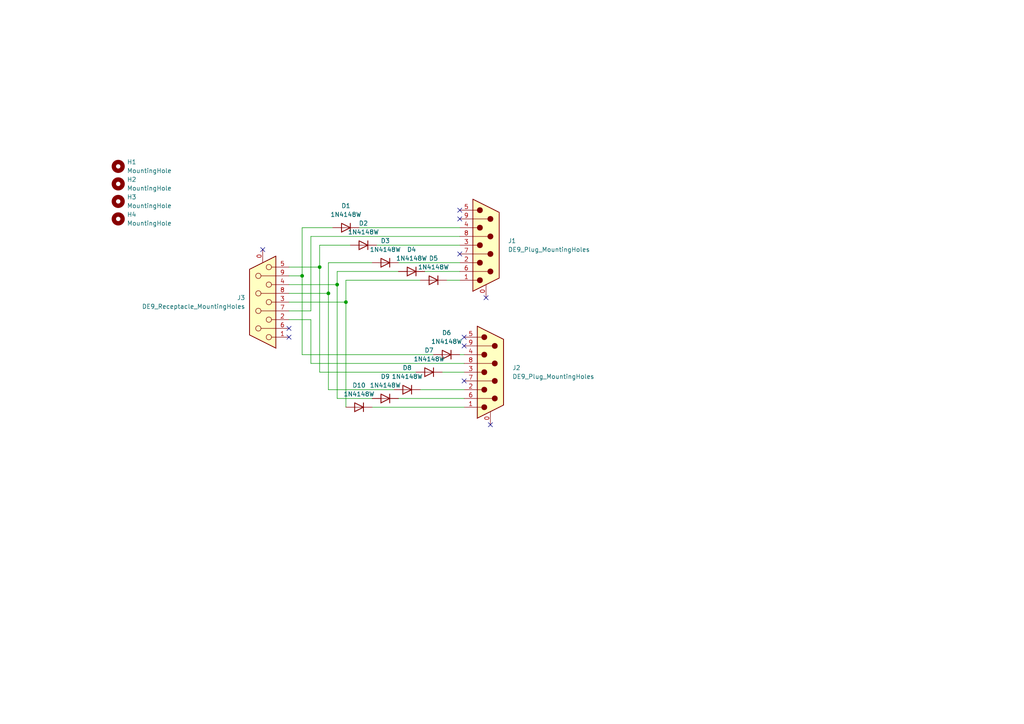
<source format=kicad_sch>
(kicad_sch (version 20231120) (generator "eeschema") (generator_version "8.0")
  (paper "A4")
  (lib_symbols
    (symbol "Connector:DE9_Plug_MountingHoles" (pin_names (offset 1.016) hide)
      (property "Reference" "J" (at 0 16.51 0))
      (property "Value" "DE9_Plug_MountingHoles" (at 0 14.605 0))
      (symbol "DE9_Plug_MountingHoles_0_1"
        (circle (center -1.778 -10.16) (radius 0.762) (fill (type outline)))
        (circle (center -1.778 -5.08) (radius 0.762) (fill (type outline)))
        (circle (center -1.778 0) (radius 0.762) (fill (type outline)))
        (circle (center -1.778 5.08) (radius 0.762) (fill (type outline)))
        (circle (center -1.778 10.16) (radius 0.762) (fill (type outline)))
        (polyline (pts (xy -3.81 -10.16) (xy -2.54 -10.16)))
        (polyline (pts (xy -3.81 -7.62) (xy 0.508 -7.62)))
        (polyline (pts (xy -3.81 -5.08) (xy -2.54 -5.08)))
        (polyline (pts (xy -3.81 -2.54) (xy 0.508 -2.54)))
        (polyline (pts (xy -3.81 0) (xy -2.54 0)))
        (polyline (pts (xy -3.81 2.54) (xy 0.508 2.54)))
        (polyline (pts (xy -3.81 5.08) (xy -2.54 5.08)))
        (polyline (pts (xy -3.81 7.62) (xy 0.508 7.62)))
        (polyline (pts (xy -3.81 10.16) (xy -2.54 10.16)))
        (polyline (pts (xy -3.81 -13.335) (xy -3.81 13.335) (xy 3.81 9.525) (xy 3.81 -9.525) (xy -3.81 -13.335)) (stroke (width 0.254)) (fill (type background)))
        (circle (center 1.27 -7.62) (radius 0.762) (fill (type outline)))
        (circle (center 1.27 -2.54) (radius 0.762) (fill (type outline)))
        (circle (center 1.27 2.54) (radius 0.762) (fill (type outline)))
        (circle (center 1.27 7.62) (radius 0.762) (fill (type outline)))
      )
      (symbol "DE9_Plug_MountingHoles_1_1"
        (pin passive line (at 0 -15.24 90) (length 3.81) (name "PAD") (number "0"))
        (pin passive line (at -7.62 -10.16 0) (length 3.81) (name "1") (number "1"))
        (pin passive line (at -7.62 -5.08 0) (length 3.81) (name "2") (number "2"))
        (pin passive line (at -7.62 0 0) (length 3.81) (name "3") (number "3"))
        (pin passive line (at -7.62 5.08 0) (length 3.81) (name "4") (number "4"))
        (pin passive line (at -7.62 10.16 0) (length 3.81) (name "5") (number "5"))
        (pin passive line (at -7.62 -7.62 0) (length 3.81) (name "6") (number "6"))
        (pin passive line (at -7.62 -2.54 0) (length 3.81) (name "7") (number "7"))
        (pin passive line (at -7.62 2.54 0) (length 3.81) (name "8") (number "8"))
        (pin passive line (at -7.62 7.62 0) (length 3.81) (name "9") (number "9"))
      )
    )
    (symbol "Connector:DE9_Receptacle_MountingHoles" (pin_names (offset 1.016) hide)
      (property "Reference" "J" (at 0 16.51 0))
      (property "Value" "DE9_Receptacle_MountingHoles" (at 0 14.605 0))
      (symbol "DE9_Receptacle_MountingHoles_0_1"
        (circle (center -1.778 -10.16) (radius 0.762))
        (circle (center -1.778 -5.08) (radius 0.762))
        (circle (center -1.778 0) (radius 0.762))
        (circle (center -1.778 5.08) (radius 0.762))
        (circle (center -1.778 10.16) (radius 0.762))
        (polyline (pts (xy -3.81 -10.16) (xy -2.54 -10.16)))
        (polyline (pts (xy -3.81 -7.62) (xy 0.508 -7.62)))
        (polyline (pts (xy -3.81 -5.08) (xy -2.54 -5.08)))
        (polyline (pts (xy -3.81 -2.54) (xy 0.508 -2.54)))
        (polyline (pts (xy -3.81 0) (xy -2.54 0)))
        (polyline (pts (xy -3.81 2.54) (xy 0.508 2.54)))
        (polyline (pts (xy -3.81 5.08) (xy -2.54 5.08)))
        (polyline (pts (xy -3.81 7.62) (xy 0.508 7.62)))
        (polyline (pts (xy -3.81 10.16) (xy -2.54 10.16)))
        (polyline (pts (xy -3.81 13.335) (xy -3.81 -13.335) (xy 3.81 -9.525) (xy 3.81 9.525) (xy -3.81 13.335)) (stroke (width 0.254)) (fill (type background)))
        (circle (center 1.27 -7.62) (radius 0.762))
        (circle (center 1.27 -2.54) (radius 0.762))
        (circle (center 1.27 2.54) (radius 0.762))
        (circle (center 1.27 7.62) (radius 0.762))
      )
      (symbol "DE9_Receptacle_MountingHoles_1_1"
        (pin passive line (at 0 -15.24 90) (length 3.81) (name "PAD") (number "0"))
        (pin passive line (at -7.62 10.16 0) (length 3.81) (name "1") (number "1"))
        (pin passive line (at -7.62 5.08 0) (length 3.81) (name "2") (number "2"))
        (pin passive line (at -7.62 0 0) (length 3.81) (name "3") (number "3"))
        (pin passive line (at -7.62 -5.08 0) (length 3.81) (name "4") (number "4"))
        (pin passive line (at -7.62 -10.16 0) (length 3.81) (name "5") (number "5"))
        (pin passive line (at -7.62 7.62 0) (length 3.81) (name "6") (number "6"))
        (pin passive line (at -7.62 2.54 0) (length 3.81) (name "7") (number "7"))
        (pin passive line (at -7.62 -2.54 0) (length 3.81) (name "8") (number "8"))
        (pin passive line (at -7.62 -7.62 0) (length 3.81) (name "9") (number "9"))
      )
    )
    (symbol "Diode:1N4148W" (pin_numbers hide) (pin_names hide)
      (property "Reference" "D" (at 0 2.54 0))
      (property "Value" "1N4148W" (at 0 -2.54 0))
      (symbol "1N4148W_0_1"
        (polyline (pts (xy -1.27 1.27) (xy -1.27 -1.27)) (stroke (width 0.254)))
        (polyline (pts (xy 1.27 0) (xy -1.27 0)))
        (polyline (pts (xy 1.27 1.27) (xy 1.27 -1.27) (xy -1.27 0) (xy 1.27 1.27)) (stroke (width 0.254)))
      )
      (symbol "1N4148W_1_1"
        (pin passive line (at -3.81 0 0) (length 2.54) (name "K") (number "1"))
        (pin passive line (at 3.81 0 180) (length 2.54) (name "A") (number "2"))
      )
    )
    (symbol "Mechanical:MountingHole" (pin_names (offset 1.016)) (exclude_from_sim yes) (in_bom no)
      (property "Reference" "H" (at 0 5.08 0))
      (property "Value" "MountingHole" (at 0 3.175 0))
      (symbol "MountingHole_0_1"
        (circle (center 0 0) (radius 1.27) (stroke (width 1.27)))
      )
    )
  )
  (junction (at 87.63 80.01))
  (junction (at 100.33 87.63))
  (junction (at 92.71 77.47))
  (junction (at 97.79 82.55))
  (junction (at 95.25 85.09))
  (no_connect (at 134.62 97.79))
  (no_connect (at 83.82 97.79))
  (no_connect (at 83.82 95.25))
  (no_connect (at 76.2 72.39))
  (no_connect (at 133.35 63.5))
  (no_connect (at 133.35 60.96))
  (no_connect (at 134.62 100.33))
  (no_connect (at 140.97 86.36))
  (no_connect (at 133.35 73.66))
  (no_connect (at 134.62 110.49))
  (no_connect (at 142.24 123.19))
  (wire (pts (xy 95.25 85.09) (xy 95.25 113.03)))
  (wire (pts (xy 97.79 82.55) (xy 97.79 115.57)))
  (wire (pts (xy 92.71 77.47) (xy 92.71 107.95)))
  (wire (pts (xy 107.95 118.11) (xy 134.62 118.11)))
  (wire (pts (xy 83.82 77.47) (xy 92.71 77.47)))
  (wire (pts (xy 107.95 76.2) (xy 95.25 76.2)))
  (wire (pts (xy 96.52 66.04) (xy 87.63 66.04)))
  (wire (pts (xy 90.17 68.58) (xy 90.17 90.17)))
  (wire (pts (xy 90.17 92.71) (xy 90.17 105.41)))
  (wire (pts (xy 115.57 115.57) (xy 134.62 115.57)))
  (wire (pts (xy 97.79 78.74) (xy 97.79 82.55)))
  (wire (pts (xy 95.25 113.03) (xy 114.3 113.03)))
  (wire (pts (xy 133.35 71.12) (xy 109.22 71.12)))
  (wire (pts (xy 92.71 71.12) (xy 92.71 77.47)))
  (wire (pts (xy 133.35 102.87) (xy 134.62 102.87)))
  (wire (pts (xy 133.35 81.28) (xy 129.54 81.28)))
  (wire (pts (xy 87.63 66.04) (xy 87.63 80.01)))
  (wire (pts (xy 101.6 71.12) (xy 92.71 71.12)))
  (wire (pts (xy 133.35 78.74) (xy 123.19 78.74)))
  (wire (pts (xy 83.82 87.63) (xy 100.33 87.63)))
  (wire (pts (xy 83.82 85.09) (xy 95.25 85.09)))
  (wire (pts (xy 83.82 80.01) (xy 87.63 80.01)))
  (wire (pts (xy 121.92 81.28) (xy 100.33 81.28)))
  (wire (pts (xy 100.33 87.63) (xy 100.33 118.11)))
  (wire (pts (xy 87.63 102.87) (xy 125.73 102.87)))
  (wire (pts (xy 90.17 90.17) (xy 83.82 90.17)))
  (wire (pts (xy 87.63 80.01) (xy 87.63 102.87)))
  (wire (pts (xy 128.27 107.95) (xy 134.62 107.95)))
  (wire (pts (xy 121.92 113.03) (xy 134.62 113.03)))
  (wire (pts (xy 115.57 78.74) (xy 97.79 78.74)))
  (wire (pts (xy 90.17 68.58) (xy 133.35 68.58)))
  (wire (pts (xy 97.79 115.57) (xy 107.95 115.57)))
  (wire (pts (xy 133.35 76.2) (xy 115.57 76.2)))
  (wire (pts (xy 133.35 66.04) (xy 104.14 66.04)))
  (wire (pts (xy 90.17 105.41) (xy 134.62 105.41)))
  (wire (pts (xy 100.33 81.28) (xy 100.33 87.63)))
  (wire (pts (xy 95.25 76.2) (xy 95.25 85.09)))
  (wire (pts (xy 92.71 107.95) (xy 120.65 107.95)))
  (wire (pts (xy 83.82 92.71) (xy 90.17 92.71)))
  (wire (pts (xy 83.82 82.55) (xy 97.79 82.55)))
  (symbol (lib_id "Mechanical:MountingHole") (at 34.29 48.26 0) (unit 1) (exclude_from_sim yes) (in_bom no)
    (property "Reference" "H1" (at 36.83 46.9899 0) (effects (justify left)))
    (property "Value" "MountingHole" (at 36.83 49.5299 0) (effects (justify left)))
    (property "Footprint" "MountingHole:MountingHole_2.5mm" (effects (hide yes)))
    (property "Description" "Mounting Hole without connection" (effects (hide yes)))
  )
  (symbol (lib_id "Connector:DE9_Receptacle_MountingHoles") (at 76.2 87.63 180) (unit 1)
    (property "Reference" "J3" (at 71.12 86.3599 0) (effects (justify left)))
    (property "Value" "DE9_Receptacle_MountingHoles" (at 71.12 88.8999 0) (effects (justify left)))
    (property "Footprint" "Connector_Dsub:DSUB-9_Female_Horizontal_P2.77x2.84mm_EdgePinOffset7.70mm_Housed_MountingHolesOffset9.12mm" (effects (hide yes)))
    (property "Description" "9-pin female receptacle socket D-SUB connector, Mounting Hole" (effects (hide yes)))
  )
  (symbol (lib_id "Diode:1N4148W") (at 111.76 76.2 180) (unit 1)
    (property "Reference" "D3" (at 111.76 69.85 0))
    (property "Value" "1N4148W" (at 111.76 72.39 0))
    (property "Footprint" "Diode_SMD:D_SOD-123" (effects (hide yes)))
    (property "Datasheet" "https://www.vishay.com/docs/85748/1n4148w.pdf" (effects (hide yes)))
    (property "Description" "75V 0.15A Fast Switching Diode, SOD-123" (effects (hide yes)))
    (property "Sim.Device" "D" (effects (hide yes)))
    (property "Sim.Pins" "1=K 2=A" (effects (hide yes)))
  )
  (symbol (lib_id "Connector:DE9_Plug_MountingHoles") (at 140.97 71.12 0) (unit 1)
    (property "Reference" "J1" (at 147.32 69.8499 0) (effects (justify left)))
    (property "Value" "DE9_Plug_MountingHoles" (at 147.32 72.3899 0) (effects (justify left)))
    (property "Footprint" "Connector_Dsub:DSUB-9_Male_Horizontal_P2.77x2.84mm_EdgePinOffset7.70mm_Housed_MountingHolesOffset9.12mm" (effects (hide yes)))
    (property "Description" "9-pin male plug pin D-SUB connector, Mounting Hole" (effects (hide yes)))
  )
  (symbol (lib_id "Diode:1N4148W") (at 111.76 115.57 180) (unit 1)
    (property "Reference" "D9" (at 111.76 109.22 0))
    (property "Value" "1N4148W" (at 111.76 111.76 0))
    (property "Footprint" "Diode_SMD:D_SOD-123" (effects (hide yes)))
    (property "Datasheet" "https://www.vishay.com/docs/85748/1n4148w.pdf" (effects (hide yes)))
    (property "Description" "75V 0.15A Fast Switching Diode, SOD-123" (effects (hide yes)))
    (property "Sim.Device" "D" (effects (hide yes)))
    (property "Sim.Pins" "1=K 2=A" (effects (hide yes)))
  )
  (symbol (lib_id "Diode:1N4148W") (at 118.11 113.03 180) (unit 1)
    (property "Reference" "D8" (at 118.11 106.68 0))
    (property "Value" "1N4148W" (at 118.11 109.22 0))
    (property "Footprint" "Diode_SMD:D_SOD-123" (effects (hide yes)))
    (property "Datasheet" "https://www.vishay.com/docs/85748/1n4148w.pdf" (effects (hide yes)))
    (property "Description" "75V 0.15A Fast Switching Diode, SOD-123" (effects (hide yes)))
    (property "Sim.Device" "D" (effects (hide yes)))
    (property "Sim.Pins" "1=K 2=A" (effects (hide yes)))
  )
  (symbol (lib_id "Diode:1N4148W") (at 105.41 71.12 180) (unit 1)
    (property "Reference" "D2" (at 105.41 64.77 0))
    (property "Value" "1N4148W" (at 105.41 67.31 0))
    (property "Footprint" "Diode_SMD:D_SOD-123" (effects (hide yes)))
    (property "Datasheet" "https://www.vishay.com/docs/85748/1n4148w.pdf" (effects (hide yes)))
    (property "Description" "75V 0.15A Fast Switching Diode, SOD-123" (effects (hide yes)))
    (property "Sim.Device" "D" (effects (hide yes)))
    (property "Sim.Pins" "1=K 2=A" (effects (hide yes)))
  )
  (symbol (lib_id "Diode:1N4148W") (at 129.54 102.87 180) (unit 1)
    (property "Reference" "D6" (at 129.54 96.52 0))
    (property "Value" "1N4148W" (at 129.54 99.06 0))
    (property "Footprint" "Diode_SMD:D_SOD-123" (effects (hide yes)))
    (property "Datasheet" "https://www.vishay.com/docs/85748/1n4148w.pdf" (effects (hide yes)))
    (property "Description" "75V 0.15A Fast Switching Diode, SOD-123" (effects (hide yes)))
    (property "Sim.Device" "D" (effects (hide yes)))
    (property "Sim.Pins" "1=K 2=A" (effects (hide yes)))
  )
  (symbol (lib_id "Mechanical:MountingHole") (at 34.29 63.5 0) (unit 1) (exclude_from_sim yes) (in_bom no)
    (property "Reference" "H4" (at 36.83 62.2299 0) (effects (justify left)))
    (property "Value" "MountingHole" (at 36.83 64.7699 0) (effects (justify left)))
    (property "Footprint" "MountingHole:MountingHole_2.5mm" (effects (hide yes)))
    (property "Description" "Mounting Hole without connection" (effects (hide yes)))
  )
  (symbol (lib_id "Connector:DE9_Plug_MountingHoles") (at 142.24 107.95 0) (unit 1)
    (property "Reference" "J2" (at 148.59 106.6799 0) (effects (justify left)))
    (property "Value" "DE9_Plug_MountingHoles" (at 148.59 109.2199 0) (effects (justify left)))
    (property "Footprint" "Connector_Dsub:DSUB-9_Male_Horizontal_P2.77x2.84mm_EdgePinOffset7.70mm_Housed_MountingHolesOffset9.12mm" (effects (hide yes)))
    (property "Description" "9-pin male plug pin D-SUB connector, Mounting Hole" (effects (hide yes)))
  )
  (symbol (lib_id "Diode:1N4148W") (at 100.33 66.04 180) (unit 1)
    (property "Reference" "D1" (at 100.33 59.69 0))
    (property "Value" "1N4148W" (at 100.33 62.23 0))
    (property "Footprint" "Diode_SMD:D_SOD-123" (effects (hide yes)))
    (property "Datasheet" "https://www.vishay.com/docs/85748/1n4148w.pdf" (effects (hide yes)))
    (property "Description" "75V 0.15A Fast Switching Diode, SOD-123" (effects (hide yes)))
    (property "Sim.Device" "D" (effects (hide yes)))
    (property "Sim.Pins" "1=K 2=A" (effects (hide yes)))
  )
  (symbol (lib_id "Mechanical:MountingHole") (at 34.29 58.42 0) (unit 1) (exclude_from_sim yes) (in_bom no)
    (property "Reference" "H3" (at 36.83 57.1499 0) (effects (justify left)))
    (property "Value" "MountingHole" (at 36.83 59.6899 0) (effects (justify left)))
    (property "Footprint" "MountingHole:MountingHole_2.5mm" (effects (hide yes)))
    (property "Description" "Mounting Hole without connection" (effects (hide yes)))
  )
  (symbol (lib_id "Diode:1N4148W") (at 125.73 81.28 180) (unit 1)
    (property "Reference" "D5" (at 125.73 74.93 0))
    (property "Value" "1N4148W" (at 125.73 77.47 0))
    (property "Footprint" "Diode_SMD:D_SOD-123" (effects (hide yes)))
    (property "Datasheet" "https://www.vishay.com/docs/85748/1n4148w.pdf" (effects (hide yes)))
    (property "Description" "75V 0.15A Fast Switching Diode, SOD-123" (effects (hide yes)))
    (property "Sim.Device" "D" (effects (hide yes)))
    (property "Sim.Pins" "1=K 2=A" (effects (hide yes)))
  )
  (symbol (lib_id "Diode:1N4148W") (at 124.46 107.95 180) (unit 1)
    (property "Reference" "D7" (at 124.46 101.6 0))
    (property "Value" "1N4148W" (at 124.46 104.14 0))
    (property "Footprint" "Diode_SMD:D_SOD-123" (effects (hide yes)))
    (property "Datasheet" "https://www.vishay.com/docs/85748/1n4148w.pdf" (effects (hide yes)))
    (property "Description" "75V 0.15A Fast Switching Diode, SOD-123" (effects (hide yes)))
    (property "Sim.Device" "D" (effects (hide yes)))
    (property "Sim.Pins" "1=K 2=A" (effects (hide yes)))
  )
  (symbol (lib_id "Diode:1N4148W") (at 119.38 78.74 180) (unit 1)
    (property "Reference" "D4" (at 119.38 72.39 0))
    (property "Value" "1N4148W" (at 119.38 74.93 0))
    (property "Footprint" "Diode_SMD:D_SOD-123" (effects (hide yes)))
    (property "Datasheet" "https://www.vishay.com/docs/85748/1n4148w.pdf" (effects (hide yes)))
    (property "Description" "75V 0.15A Fast Switching Diode, SOD-123" (effects (hide yes)))
    (property "Sim.Device" "D" (effects (hide yes)))
    (property "Sim.Pins" "1=K 2=A" (effects (hide yes)))
  )
  (symbol (lib_id "Mechanical:MountingHole") (at 34.29 53.34 0) (unit 1) (exclude_from_sim yes) (in_bom no)
    (property "Reference" "H2" (at 36.83 52.0699 0) (effects (justify left)))
    (property "Value" "MountingHole" (at 36.83 54.6099 0) (effects (justify left)))
    (property "Footprint" "MountingHole:MountingHole_2.5mm" (effects (hide yes)))
    (property "Description" "Mounting Hole without connection" (effects (hide yes)))
  )
  (symbol (lib_id "Diode:1N4148W") (at 104.14 118.11 180) (unit 1)
    (property "Reference" "D10" (at 104.14 111.76 0))
    (property "Value" "1N4148W" (at 104.14 114.3 0))
    (property "Footprint" "Diode_SMD:D_SOD-123" (effects (hide yes)))
    (property "Datasheet" "https://www.vishay.com/docs/85748/1n4148w.pdf" (effects (hide yes)))
    (property "Description" "75V 0.15A Fast Switching Diode, SOD-123" (effects (hide yes)))
    (property "Sim.Device" "D" (effects (hide yes)))
    (property "Sim.Pins" "1=K 2=A" (effects (hide yes)))
  )
)
</source>
